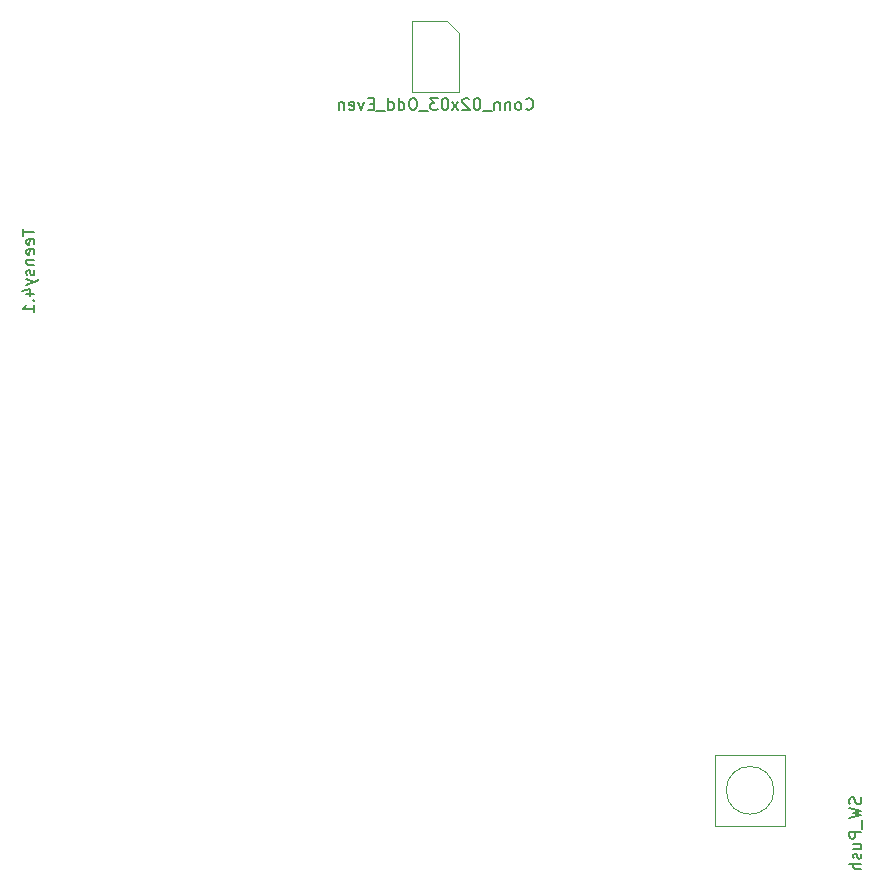
<source format=gbr>
G04 #@! TF.GenerationSoftware,KiCad,Pcbnew,(5.1.5)-3*
G04 #@! TF.CreationDate,2022-01-18T15:26:47+01:00*
G04 #@! TF.ProjectId,drop pcb proto 12 external controller,64726f70-2070-4636-9220-70726f746f20,rev?*
G04 #@! TF.SameCoordinates,Original*
G04 #@! TF.FileFunction,Other,Fab,Bot*
%FSLAX46Y46*%
G04 Gerber Fmt 4.6, Leading zero omitted, Abs format (unit mm)*
G04 Created by KiCad (PCBNEW (5.1.5)-3) date 2022-01-18 15:26:47*
%MOMM*%
%LPD*%
G04 APERTURE LIST*
%ADD10C,0.100000*%
%ADD11C,0.150000*%
G04 APERTURE END LIST*
D10*
X158671360Y-47386000D02*
X157671360Y-46386000D01*
X158671360Y-52386000D02*
X158671360Y-47386000D01*
X154671360Y-52386000D02*
X158671360Y-52386000D01*
X154671360Y-46386000D02*
X154671360Y-52386000D01*
X157671360Y-46386000D02*
X154671360Y-46386000D01*
X185301524Y-111499720D02*
G75*
G03X185301524Y-111499720I-2015564J0D01*
G01*
X180285960Y-108499720D02*
X180285960Y-111499720D01*
X186285960Y-108499720D02*
X180285960Y-108499720D01*
X186285960Y-114499720D02*
X186285960Y-108499720D01*
X180285960Y-114499720D02*
X186285960Y-114499720D01*
X180285960Y-111499720D02*
X180285960Y-114499720D01*
D11*
X121688900Y-63969571D02*
X121688900Y-64541000D01*
X122688900Y-64255285D02*
X121688900Y-64255285D01*
X122641281Y-65255285D02*
X122688900Y-65160047D01*
X122688900Y-64969571D01*
X122641281Y-64874333D01*
X122546043Y-64826714D01*
X122165091Y-64826714D01*
X122069853Y-64874333D01*
X122022234Y-64969571D01*
X122022234Y-65160047D01*
X122069853Y-65255285D01*
X122165091Y-65302904D01*
X122260329Y-65302904D01*
X122355567Y-64826714D01*
X122641281Y-66112428D02*
X122688900Y-66017190D01*
X122688900Y-65826714D01*
X122641281Y-65731476D01*
X122546043Y-65683857D01*
X122165091Y-65683857D01*
X122069853Y-65731476D01*
X122022234Y-65826714D01*
X122022234Y-66017190D01*
X122069853Y-66112428D01*
X122165091Y-66160047D01*
X122260329Y-66160047D01*
X122355567Y-65683857D01*
X122022234Y-66588619D02*
X122688900Y-66588619D01*
X122117472Y-66588619D02*
X122069853Y-66636238D01*
X122022234Y-66731476D01*
X122022234Y-66874333D01*
X122069853Y-66969571D01*
X122165091Y-67017190D01*
X122688900Y-67017190D01*
X122641281Y-67445761D02*
X122688900Y-67541000D01*
X122688900Y-67731476D01*
X122641281Y-67826714D01*
X122546043Y-67874333D01*
X122498424Y-67874333D01*
X122403186Y-67826714D01*
X122355567Y-67731476D01*
X122355567Y-67588619D01*
X122307948Y-67493380D01*
X122212710Y-67445761D01*
X122165091Y-67445761D01*
X122069853Y-67493380D01*
X122022234Y-67588619D01*
X122022234Y-67731476D01*
X122069853Y-67826714D01*
X122022234Y-68207666D02*
X122688900Y-68445761D01*
X122022234Y-68683857D02*
X122688900Y-68445761D01*
X122926996Y-68350523D01*
X122974615Y-68302904D01*
X123022234Y-68207666D01*
X122022234Y-69493380D02*
X122688900Y-69493380D01*
X121641281Y-69255285D02*
X122355567Y-69017190D01*
X122355567Y-69636238D01*
X122593662Y-70017190D02*
X122641281Y-70064809D01*
X122688900Y-70017190D01*
X122641281Y-69969571D01*
X122593662Y-70017190D01*
X122688900Y-70017190D01*
X122688900Y-71017190D02*
X122688900Y-70445761D01*
X122688900Y-70731476D02*
X121688900Y-70731476D01*
X121831758Y-70636238D01*
X121926996Y-70541000D01*
X121974615Y-70445761D01*
X164314217Y-53803142D02*
X164361836Y-53850761D01*
X164504693Y-53898380D01*
X164599931Y-53898380D01*
X164742788Y-53850761D01*
X164838026Y-53755523D01*
X164885645Y-53660285D01*
X164933264Y-53469809D01*
X164933264Y-53326952D01*
X164885645Y-53136476D01*
X164838026Y-53041238D01*
X164742788Y-52946000D01*
X164599931Y-52898380D01*
X164504693Y-52898380D01*
X164361836Y-52946000D01*
X164314217Y-52993619D01*
X163742788Y-53898380D02*
X163838026Y-53850761D01*
X163885645Y-53803142D01*
X163933264Y-53707904D01*
X163933264Y-53422190D01*
X163885645Y-53326952D01*
X163838026Y-53279333D01*
X163742788Y-53231714D01*
X163599931Y-53231714D01*
X163504693Y-53279333D01*
X163457074Y-53326952D01*
X163409455Y-53422190D01*
X163409455Y-53707904D01*
X163457074Y-53803142D01*
X163504693Y-53850761D01*
X163599931Y-53898380D01*
X163742788Y-53898380D01*
X162980883Y-53231714D02*
X162980883Y-53898380D01*
X162980883Y-53326952D02*
X162933264Y-53279333D01*
X162838026Y-53231714D01*
X162695169Y-53231714D01*
X162599931Y-53279333D01*
X162552312Y-53374571D01*
X162552312Y-53898380D01*
X162076121Y-53231714D02*
X162076121Y-53898380D01*
X162076121Y-53326952D02*
X162028502Y-53279333D01*
X161933264Y-53231714D01*
X161790407Y-53231714D01*
X161695169Y-53279333D01*
X161647550Y-53374571D01*
X161647550Y-53898380D01*
X161409455Y-53993619D02*
X160647550Y-53993619D01*
X160218979Y-52898380D02*
X160123740Y-52898380D01*
X160028502Y-52946000D01*
X159980883Y-52993619D01*
X159933264Y-53088857D01*
X159885645Y-53279333D01*
X159885645Y-53517428D01*
X159933264Y-53707904D01*
X159980883Y-53803142D01*
X160028502Y-53850761D01*
X160123740Y-53898380D01*
X160218979Y-53898380D01*
X160314217Y-53850761D01*
X160361836Y-53803142D01*
X160409455Y-53707904D01*
X160457074Y-53517428D01*
X160457074Y-53279333D01*
X160409455Y-53088857D01*
X160361836Y-52993619D01*
X160314217Y-52946000D01*
X160218979Y-52898380D01*
X159504693Y-52993619D02*
X159457074Y-52946000D01*
X159361836Y-52898380D01*
X159123740Y-52898380D01*
X159028502Y-52946000D01*
X158980883Y-52993619D01*
X158933264Y-53088857D01*
X158933264Y-53184095D01*
X158980883Y-53326952D01*
X159552312Y-53898380D01*
X158933264Y-53898380D01*
X158599931Y-53898380D02*
X158076121Y-53231714D01*
X158599931Y-53231714D02*
X158076121Y-53898380D01*
X157504693Y-52898380D02*
X157409455Y-52898380D01*
X157314217Y-52946000D01*
X157266598Y-52993619D01*
X157218979Y-53088857D01*
X157171360Y-53279333D01*
X157171360Y-53517428D01*
X157218979Y-53707904D01*
X157266598Y-53803142D01*
X157314217Y-53850761D01*
X157409455Y-53898380D01*
X157504693Y-53898380D01*
X157599931Y-53850761D01*
X157647550Y-53803142D01*
X157695169Y-53707904D01*
X157742788Y-53517428D01*
X157742788Y-53279333D01*
X157695169Y-53088857D01*
X157647550Y-52993619D01*
X157599931Y-52946000D01*
X157504693Y-52898380D01*
X156838026Y-52898380D02*
X156218979Y-52898380D01*
X156552312Y-53279333D01*
X156409455Y-53279333D01*
X156314217Y-53326952D01*
X156266598Y-53374571D01*
X156218979Y-53469809D01*
X156218979Y-53707904D01*
X156266598Y-53803142D01*
X156314217Y-53850761D01*
X156409455Y-53898380D01*
X156695169Y-53898380D01*
X156790407Y-53850761D01*
X156838026Y-53803142D01*
X156028502Y-53993619D02*
X155266598Y-53993619D01*
X154838026Y-52898380D02*
X154647550Y-52898380D01*
X154552312Y-52946000D01*
X154457074Y-53041238D01*
X154409455Y-53231714D01*
X154409455Y-53565047D01*
X154457074Y-53755523D01*
X154552312Y-53850761D01*
X154647550Y-53898380D01*
X154838026Y-53898380D01*
X154933264Y-53850761D01*
X155028502Y-53755523D01*
X155076121Y-53565047D01*
X155076121Y-53231714D01*
X155028502Y-53041238D01*
X154933264Y-52946000D01*
X154838026Y-52898380D01*
X153552312Y-53898380D02*
X153552312Y-52898380D01*
X153552312Y-53850761D02*
X153647550Y-53898380D01*
X153838026Y-53898380D01*
X153933264Y-53850761D01*
X153980883Y-53803142D01*
X154028502Y-53707904D01*
X154028502Y-53422190D01*
X153980883Y-53326952D01*
X153933264Y-53279333D01*
X153838026Y-53231714D01*
X153647550Y-53231714D01*
X153552312Y-53279333D01*
X152647550Y-53898380D02*
X152647550Y-52898380D01*
X152647550Y-53850761D02*
X152742788Y-53898380D01*
X152933264Y-53898380D01*
X153028502Y-53850761D01*
X153076121Y-53803142D01*
X153123740Y-53707904D01*
X153123740Y-53422190D01*
X153076121Y-53326952D01*
X153028502Y-53279333D01*
X152933264Y-53231714D01*
X152742788Y-53231714D01*
X152647550Y-53279333D01*
X152409455Y-53993619D02*
X151647550Y-53993619D01*
X151409455Y-53374571D02*
X151076121Y-53374571D01*
X150933264Y-53898380D02*
X151409455Y-53898380D01*
X151409455Y-52898380D01*
X150933264Y-52898380D01*
X150599931Y-53231714D02*
X150361836Y-53898380D01*
X150123740Y-53231714D01*
X149361836Y-53850761D02*
X149457074Y-53898380D01*
X149647550Y-53898380D01*
X149742788Y-53850761D01*
X149790407Y-53755523D01*
X149790407Y-53374571D01*
X149742788Y-53279333D01*
X149647550Y-53231714D01*
X149457074Y-53231714D01*
X149361836Y-53279333D01*
X149314217Y-53374571D01*
X149314217Y-53469809D01*
X149790407Y-53565047D01*
X148885645Y-53231714D02*
X148885645Y-53898380D01*
X148885645Y-53326952D02*
X148838026Y-53279333D01*
X148742788Y-53231714D01*
X148599931Y-53231714D01*
X148504693Y-53279333D01*
X148457074Y-53374571D01*
X148457074Y-53898380D01*
X192640721Y-112102100D02*
X192688340Y-112244958D01*
X192688340Y-112483053D01*
X192640721Y-112578291D01*
X192593102Y-112625910D01*
X192497864Y-112673529D01*
X192402626Y-112673529D01*
X192307388Y-112625910D01*
X192259769Y-112578291D01*
X192212150Y-112483053D01*
X192164531Y-112292577D01*
X192116912Y-112197339D01*
X192069293Y-112149720D01*
X191974055Y-112102100D01*
X191878817Y-112102100D01*
X191783579Y-112149720D01*
X191735960Y-112197339D01*
X191688340Y-112292577D01*
X191688340Y-112530672D01*
X191735960Y-112673529D01*
X191688340Y-113006862D02*
X192688340Y-113244958D01*
X191974055Y-113435434D01*
X192688340Y-113625910D01*
X191688340Y-113864005D01*
X192783579Y-114006862D02*
X192783579Y-114768767D01*
X192688340Y-115006862D02*
X191688340Y-115006862D01*
X191688340Y-115387815D01*
X191735960Y-115483053D01*
X191783579Y-115530672D01*
X191878817Y-115578291D01*
X192021674Y-115578291D01*
X192116912Y-115530672D01*
X192164531Y-115483053D01*
X192212150Y-115387815D01*
X192212150Y-115006862D01*
X192021674Y-116435434D02*
X192688340Y-116435434D01*
X192021674Y-116006862D02*
X192545483Y-116006862D01*
X192640721Y-116054481D01*
X192688340Y-116149720D01*
X192688340Y-116292577D01*
X192640721Y-116387815D01*
X192593102Y-116435434D01*
X192640721Y-116864005D02*
X192688340Y-116959243D01*
X192688340Y-117149720D01*
X192640721Y-117244958D01*
X192545483Y-117292577D01*
X192497864Y-117292577D01*
X192402626Y-117244958D01*
X192355007Y-117149720D01*
X192355007Y-117006862D01*
X192307388Y-116911624D01*
X192212150Y-116864005D01*
X192164531Y-116864005D01*
X192069293Y-116911624D01*
X192021674Y-117006862D01*
X192021674Y-117149720D01*
X192069293Y-117244958D01*
X192688340Y-117721148D02*
X191688340Y-117721148D01*
X192688340Y-118149720D02*
X192164531Y-118149720D01*
X192069293Y-118102100D01*
X192021674Y-118006862D01*
X192021674Y-117864005D01*
X192069293Y-117768767D01*
X192116912Y-117721148D01*
M02*

</source>
